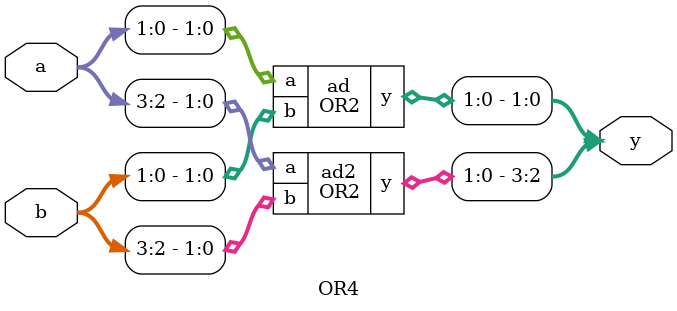
<source format=v>
module OR(y,a,b);

output y;

input a,b;

assign y=a | b;

endmodule

module OR2(y,a,b);
output [1:0]y;
input [1:0]a,b;

OR ad(y[0],a[0],b[0]);
OR ad2(y[1],a[1],b[1]);

endmodule

module OR4(y,a,b);
output[3:0]y;
input [3:0]a,b;

OR2 ad(y[1:0],a[1:0],b[1:0]);
OR2 ad2(y[3:2],a[3:2],b[3:2]);

endmodule


</source>
